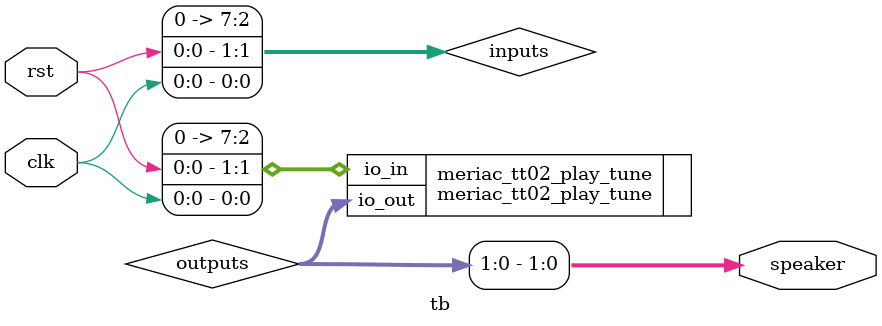
<source format=v>
`default_nettype none
`timescale 1ns/1ps

/*
this testbench just instantiates the module and makes some convenient wires
that can be driven / tested by the cocotb test.py
*/

module tb (
    // testbench is controlled by test.py
    input clk,
    input rst,
    output [1:0] speaker
   );

    // this part dumps the trace to a vcd file that can be viewed with GTKWave
    initial begin
        $dumpfile ("tb.vcd");
        $dumpvars (0, tb);
        #1;
    end

    // wire up the inputs and outputs
    wire [7:0] inputs = {6'b0, rst, clk};
    wire [7:0] outputs;
    assign speaker = outputs[1:0];

    // instantiate the DUT
    meriac_tt02_play_tune #(.MAX_COUNT(100)) meriac_tt02_play_tune(
        .io_in  (inputs),
        .io_out (outputs)
        );

endmodule

</source>
